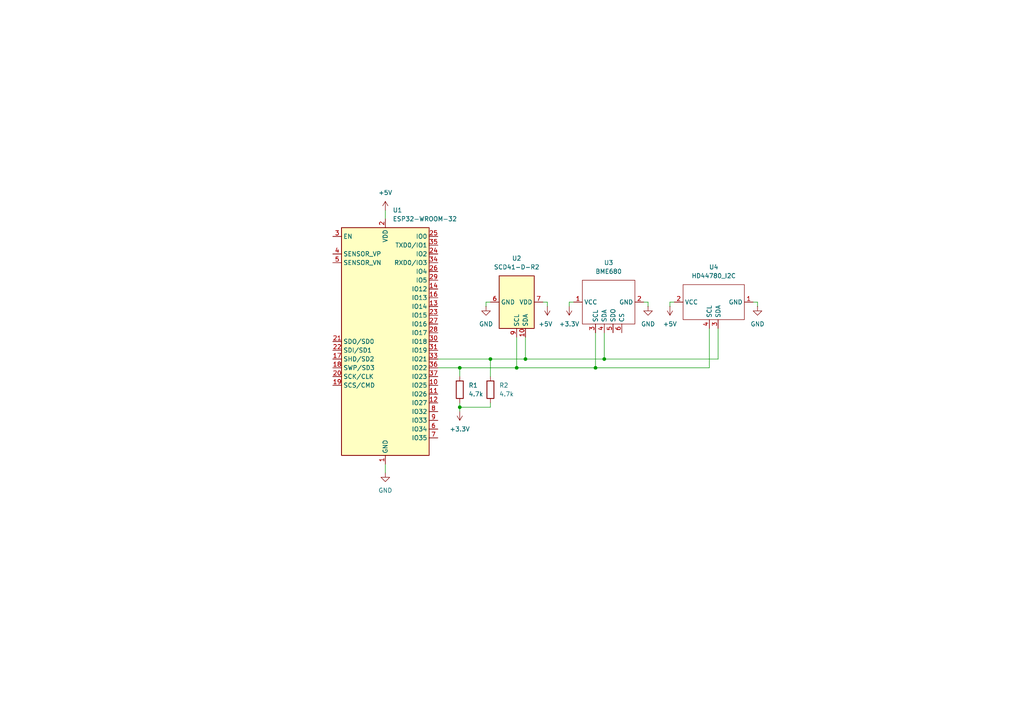
<source format=kicad_sch>
(kicad_sch (version 20250114) (generator "eeschema") (generator_version "9.0")
  (paper "A4")
  (lib_symbols
    (symbol "Device:R" (pin_numbers (hide yes)) (pin_names (offset 0))
      (property "Reference" "R" (at 2.032 0 90))
      (property "Value" "R" (at 0 0 90))
      (symbol "R_0_1"
        (rectangle (start -1.016 -2.54) (end 1.016 2.54) (stroke (width 0.254)))
      )
      (symbol "R_1_1"
        (pin passive line (at 0 3.81 270) (length 1.27) (name "~") (number "1"))
        (pin passive line (at 0 -3.81 90) (length 1.27) (name "~") (number "2"))
      )
    )
    (symbol "RF_Module:ESP32-WROOM-32"
      (property "Reference" "U" (at -12.7 34.29 0))
      (property "Value" "ESP32-WROOM-32" (at 1.27 34.29 0))
      (symbol "ESP32-WROOM-32_0_1"
        (rectangle (start -12.7 33.02) (end 12.7 -33.02) (stroke (width 0.254)) (fill (type background)))
      )
      (symbol "ESP32-WROOM-32_1_1"
        (pin input line (at -15.24 30.48 0) (length 2.54) (name "EN") (number "3"))
        (pin input line (at -15.24 25.4 0) (length 2.54) (name "SENSOR_VP") (number "4"))
        (pin input line (at -15.24 22.86 0) (length 2.54) (name "SENSOR_VN") (number "5"))
        (pin bidirectional line (at -15.24 0 0) (length 2.54) (name "SDO/SD0") (number "21"))
        (pin bidirectional line (at -15.24 -2.54 0) (length 2.54) (name "SDI/SD1") (number "22"))
        (pin bidirectional line (at -15.24 -5.08 0) (length 2.54) (name "SHD/SD2") (number "17"))
        (pin bidirectional line (at -15.24 -7.62 0) (length 2.54) (name "SWP/SD3") (number "18"))
        (pin bidirectional line (at -15.24 -10.16 0) (length 2.54) (name "SCK/CLK") (number "20"))
        (pin bidirectional line (at -15.24 -12.7 0) (length 2.54) (name "SCS/CMD") (number "19"))
        (pin no_connect line (at -12.7 -27.94 0) (length 2.54) (hide yes) (name "NC") (number "32"))
        (pin power_in line (at 0 35.56 270) (length 2.54) (name "VDD") (number "2"))
        (pin power_in line (at 0 -35.56 90) (length 2.54) (name "GND") (number "1"))
        (pin passive line (at 0 -35.56 90) (length 2.54) (hide yes) (name "GND") (number "15"))
        (pin passive line (at 0 -35.56 90) (length 2.54) (hide yes) (name "GND") (number "38"))
        (pin passive line (at 0 -35.56 90) (length 2.54) (hide yes) (name "GND") (number "39"))
        (pin bidirectional line (at 15.24 30.48 180) (length 2.54) (name "IO0") (number "25"))
        (pin bidirectional line (at 15.24 27.94 180) (length 2.54) (name "TXD0/IO1") (number "35"))
        (pin bidirectional line (at 15.24 25.4 180) (length 2.54) (name "IO2") (number "24"))
        (pin bidirectional line (at 15.24 22.86 180) (length 2.54) (name "RXD0/IO3") (number "34"))
        (pin bidirectional line (at 15.24 20.32 180) (length 2.54) (name "IO4") (number "26"))
        (pin bidirectional line (at 15.24 17.78 180) (length 2.54) (name "IO5") (number "29"))
        (pin bidirectional line (at 15.24 15.24 180) (length 2.54) (name "IO12") (number "14"))
        (pin bidirectional line (at 15.24 12.7 180) (length 2.54) (name "IO13") (number "16"))
        (pin bidirectional line (at 15.24 10.16 180) (length 2.54) (name "IO14") (number "13"))
        (pin bidirectional line (at 15.24 7.62 180) (length 2.54) (name "IO15") (number "23"))
        (pin bidirectional line (at 15.24 5.08 180) (length 2.54) (name "IO16") (number "27"))
        (pin bidirectional line (at 15.24 2.54 180) (length 2.54) (name "IO17") (number "28"))
        (pin bidirectional line (at 15.24 0 180) (length 2.54) (name "IO18") (number "30"))
        (pin bidirectional line (at 15.24 -2.54 180) (length 2.54) (name "IO19") (number "31"))
        (pin bidirectional line (at 15.24 -5.08 180) (length 2.54) (name "IO21") (number "33"))
        (pin bidirectional line (at 15.24 -7.62 180) (length 2.54) (name "IO22") (number "36"))
        (pin bidirectional line (at 15.24 -10.16 180) (length 2.54) (name "IO23") (number "37"))
        (pin bidirectional line (at 15.24 -12.7 180) (length 2.54) (name "IO25") (number "10"))
        (pin bidirectional line (at 15.24 -15.24 180) (length 2.54) (name "IO26") (number "11"))
        (pin bidirectional line (at 15.24 -17.78 180) (length 2.54) (name "IO27") (number "12"))
        (pin bidirectional line (at 15.24 -20.32 180) (length 2.54) (name "IO32") (number "8"))
        (pin bidirectional line (at 15.24 -22.86 180) (length 2.54) (name "IO33") (number "9"))
        (pin input line (at 15.24 -25.4 180) (length 2.54) (name "IO34") (number "6"))
        (pin input line (at 15.24 -27.94 180) (length 2.54) (name "IO35") (number "7"))
      )
    )
    (symbol "Sensor_Gas:SCD41-D-R2"
      (property "Reference" "U" (at -7.62 6.35 0))
      (property "Value" "SCD41-D-R2" (at 6.985 6.35 0))
      (symbol "SCD41-D-R2_0_1"
        (rectangle (start 7.62 5.08) (end -7.62 -5.08) (stroke (width 0.254)) (fill (type background)))
      )
      (symbol "SCD41-D-R2_1_1"
        (pin passive line (at 0 7.62 270) (length 2.54) (hide yes) (name "VDD") (number "19"))
        (pin power_in line (at 0 7.62 270) (length 2.54) (name "VDD") (number "7"))
        (pin passive line (at 0 -7.62 90) (length 2.54) (hide yes) (name "GND") (number "20"))
        (pin passive line (at 0 -7.62 90) (length 2.54) (hide yes) (name "GND") (number "21"))
        (pin power_in line (at 0 -7.62 90) (length 2.54) (name "GND") (number "6"))
        (pin bidirectional line (at 10.16 2.54 180) (length 2.54) (name "SDA") (number "10"))
        (pin input line (at 10.16 0 180) (length 2.54) (name "SCL") (number "9"))
      )
    )
    (symbol "custom_symbols:BME680_Module"
      (property "Reference" "U" (at 0 0 0))
      (property "Value" "BME680" (at 10.922 -0.254 0))
      (symbol "BME680_Module_0_1"
        (rectangle (start -6.35 7.62) (end 6.35 -7.62))
      )
      (symbol "BME680_Module_1_1"
        (pin bidirectional line (at -8.89 3.81 0) (length 2.54) (name "SCL") (number "3"))
        (pin bidirectional line (at -8.89 1.27 0) (length 2.54) (name "SDA") (number "4"))
        (pin bidirectional line (at -8.89 -1.27 0) (length 2.54) (name "SDO") (number "5"))
        (pin input line (at -8.89 -3.81 0) (length 2.54) (name "CS") (number "6"))
        (pin power_out line (at 0 10.16 270) (length 2.54) (name "VCC") (number "1"))
        (pin power_in line (at 0 -10.16 90) (length 2.54) (name "GND") (number "2"))
      )
    )
    (symbol "custom_symbols:HD44780_I2C_Module"
      (property "Reference" "U" (at 0 0 0))
      (property "Value" "HD44780_I2C" (at 11.938 0 0))
      (symbol "HD44780_I2C_Module_0_1"
        (rectangle (start -5.08 8.89) (end 5.08 -8.89))
      )
      (symbol "HD44780_I2C_Module_1_1"
        (pin input line (at -7.62 1.27 0) (length 2.54) (name "SCL") (number "4"))
        (pin bidirectional line (at -7.62 -1.27 0) (length 2.54) (name "SDA") (number "3"))
        (pin power_out line (at 0 11.43 270) (length 2.54) (name "VCC") (number "2"))
        (pin power_in line (at 0 -11.43 90) (length 2.54) (name "GND") (number "1"))
      )
    )
    (symbol "power:+3.3V" (power) (pin_numbers (hide yes)) (pin_names (offset 0) (hide yes))
      (property "Value" "+3.3V" (at 0 3.556 0))
      (symbol "+3.3V_0_1"
        (polyline (pts (xy -0.762 1.27) (xy 0 2.54)))
        (polyline (pts (xy 0 2.54) (xy 0.762 1.27)))
        (polyline (pts (xy 0 0) (xy 0 2.54)))
      )
      (symbol "+3.3V_1_1"
        (pin power_in line (at 0 0 90) (length 0) (name "~") (number "1"))
      )
    )
    (symbol "power:+5V" (power) (pin_numbers (hide yes)) (pin_names (offset 0) (hide yes))
      (property "Value" "+5V" (at 0 3.556 0))
      (symbol "+5V_0_1"
        (polyline (pts (xy -0.762 1.27) (xy 0 2.54)))
        (polyline (pts (xy 0 2.54) (xy 0.762 1.27)))
        (polyline (pts (xy 0 0) (xy 0 2.54)))
      )
      (symbol "+5V_1_1"
        (pin power_in line (at 0 0 90) (length 0) (name "~") (number "1"))
      )
    )
    (symbol "power:GND" (power) (pin_numbers (hide yes)) (pin_names (offset 0) (hide yes))
      (property "Value" "GND" (at 0 -3.81 0))
      (symbol "GND_0_1"
        (polyline (pts (xy 0 0) (xy 0 -1.27) (xy 1.27 -1.27) (xy 0 -2.54) (xy -1.27 -1.27) (xy 0 -1.27)))
      )
      (symbol "GND_1_1"
        (pin power_in line (at 0 0 270) (length 0) (name "~") (number "1"))
      )
    )
  )
  (junction (at 175.26 104.14))
  (junction (at 142.24 104.14))
  (junction (at 152.4 104.14))
  (junction (at 133.35 118.11))
  (junction (at 172.72 106.68))
  (junction (at 133.35 106.68))
  (junction (at 149.86 106.68))
  (wire (pts (xy 158.75 88.9) (xy 158.75 87.63)))
  (wire (pts (xy 140.97 87.63) (xy 140.97 88.9)))
  (wire (pts (xy 133.35 106.68) (xy 149.86 106.68)))
  (wire (pts (xy 133.35 116.84) (xy 133.35 118.11)))
  (wire (pts (xy 175.26 104.14) (xy 208.28 104.14)))
  (wire (pts (xy 175.26 96.52) (xy 175.26 104.14)))
  (wire (pts (xy 142.24 104.14) (xy 152.4 104.14)))
  (wire (pts (xy 194.31 87.63) (xy 194.31 88.9)))
  (wire (pts (xy 149.86 106.68) (xy 172.72 106.68)))
  (wire (pts (xy 187.96 87.63) (xy 186.69 87.63)))
  (wire (pts (xy 152.4 97.79) (xy 152.4 104.14)))
  (wire (pts (xy 142.24 116.84) (xy 142.24 118.11)))
  (wire (pts (xy 127 104.14) (xy 142.24 104.14)))
  (wire (pts (xy 165.1 88.9) (xy 165.1 87.63)))
  (wire (pts (xy 127 106.68) (xy 133.35 106.68)))
  (wire (pts (xy 165.1 87.63) (xy 166.37 87.63)))
  (wire (pts (xy 158.75 87.63) (xy 157.48 87.63)))
  (wire (pts (xy 219.71 88.9) (xy 219.71 87.63)))
  (wire (pts (xy 219.71 87.63) (xy 218.44 87.63)))
  (wire (pts (xy 133.35 106.68) (xy 133.35 109.22)))
  (wire (pts (xy 152.4 104.14) (xy 175.26 104.14)))
  (wire (pts (xy 205.74 95.25) (xy 205.74 106.68)))
  (wire (pts (xy 194.31 87.63) (xy 195.58 87.63)))
  (wire (pts (xy 149.86 97.79) (xy 149.86 106.68)))
  (wire (pts (xy 111.76 60.96) (xy 111.76 63.5)))
  (wire (pts (xy 142.24 104.14) (xy 142.24 109.22)))
  (wire (pts (xy 133.35 118.11) (xy 133.35 119.38)))
  (wire (pts (xy 172.72 106.68) (xy 205.74 106.68)))
  (wire (pts (xy 140.97 87.63) (xy 142.24 87.63)))
  (wire (pts (xy 187.96 88.9) (xy 187.96 87.63)))
  (wire (pts (xy 208.28 95.25) (xy 208.28 104.14)))
  (wire (pts (xy 172.72 96.52) (xy 172.72 106.68)))
  (wire (pts (xy 142.24 118.11) (xy 133.35 118.11)))
  (wire (pts (xy 111.76 134.62) (xy 111.76 137.16)))
  (symbol (lib_id "Device:R") (at 142.24 113.03 0) (unit 1)
    (property "Reference" "R2" (at 144.78 111.7599 0) (effects (justify left)))
    (property "Value" "4.7k" (at 144.78 114.2999 0) (effects (justify left)))
    (property "Description" "Resistor" (effects (hide yes)))
  )
  (symbol (lib_id "power:+5V") (at 111.76 60.96 0) (unit 1)
    (property "Reference" "#PWR02" (effects (hide yes)))
    (property "Value" "+5V" (at 111.76 55.88 0))
    (property "Description" "Power symbol creates a global label with name \"+5V\"" (effects (hide yes)))
  )
  (symbol (lib_id "RF_Module:ESP32-WROOM-32") (at 111.76 99.06 0) (unit 1)
    (property "Reference" "U1" (at 113.9033 60.96 0) (effects (justify left)))
    (property "Value" "ESP32-WROOM-32" (at 113.9033 63.5 0) (effects (justify left)))
    (property "Footprint" "RF_Module:ESP32-WROOM-32" (effects (hide yes)))
    (property "Datasheet" "https://www.espressif.com/sites/default/files/documentation/esp32-wroom-32_datasheet_en.pdf" (effects (hide yes)))
    (property "Description" "RF Module, ESP32-D0WDQ6 SoC, Wi-Fi 802.11b/g/n, Bluetooth, BLE, 32-bit, 2.7-3.6V, onboard antenna, SMD" (effects (hide yes)))
  )
  (symbol (lib_id "power:GND") (at 111.76 137.16 0) (unit 1)
    (property "Reference" "#PWR01" (effects (hide yes)))
    (property "Value" "GND" (at 111.76 142.24 0))
    (property "Description" "Power symbol creates a global label with name \"GND\" , ground" (effects (hide yes)))
  )
  (symbol (lib_id "power:GND") (at 219.71 88.9 0) (unit 1)
    (property "Reference" "#PWR08" (effects (hide yes)))
    (property "Value" "GND" (at 219.71 93.98 0))
    (property "Description" "Power symbol creates a global label with name \"GND\" , ground" (effects (hide yes)))
  )
  (symbol (lib_id "custom_symbols:HD44780_I2C_Module") (at 207.01 87.63 90) (unit 1)
    (property "Reference" "U4" (at 207.01 77.47 90))
    (property "Value" "HD44780_I2C" (at 207.01 80.01 90))
  )
  (symbol (lib_id "Sensor_Gas:SCD41-D-R2") (at 149.86 87.63 270) (unit 1)
    (property "Reference" "U2" (at 149.86 74.93 90))
    (property "Value" "SCD41-D-R2" (at 149.86 77.47 90))
    (property "Footprint" "Sensor:Sensirion_SCD4x-1EP_10.1x10.1mm_P1.25mm_EP4.8x4.8mm" (effects (hide yes)))
    (property "Datasheet" "https://sensirion.com/media/documents/E0F04247/631EF271/CD_DS_SCD40_SCD41_Datasheet_D1.pdf" (effects (hide yes)))
    (property "Description" "Photoacoustic CO2 sensor, 40 000 ppm, I2C, 2.4-5.5 V, High accuracy  400 - 5000 ppm" (effects (hide yes)))
  )
  (symbol (lib_id "power:+5V") (at 194.31 88.9 180) (unit 1)
    (property "Reference" "#PWR07" (effects (hide yes)))
    (property "Value" "+5V" (at 194.31 93.98 0))
    (property "Description" "Power symbol creates a global label with name \"+5V\"" (effects (hide yes)))
  )
  (symbol (lib_id "power:+3.3V") (at 165.1 88.9 180) (unit 1)
    (property "Reference" "#PWR05" (effects (hide yes)))
    (property "Value" "+3.3V" (at 165.1 93.98 0))
    (property "Description" "Power symbol creates a global label with name \"+3.3V\"" (effects (hide yes)))
  )
  (symbol (lib_id "power:GND") (at 140.97 88.9 0) (unit 1)
    (property "Reference" "#PWR03" (effects (hide yes)))
    (property "Value" "GND" (at 140.97 93.98 0))
    (property "Description" "Power symbol creates a global label with name \"GND\" , ground" (effects (hide yes)))
  )
  (symbol (lib_id "power:GND") (at 187.96 88.9 0) (unit 1)
    (property "Reference" "#PWR06" (effects (hide yes)))
    (property "Value" "GND" (at 187.96 93.98 0))
    (property "Description" "Power symbol creates a global label with name \"GND\" , ground" (effects (hide yes)))
  )
  (symbol (lib_id "Device:R") (at 133.35 113.03 0) (unit 1)
    (property "Reference" "R1" (at 135.89 111.7599 0) (effects (justify left)))
    (property "Value" "4.7k" (at 135.89 114.2999 0) (effects (justify left)))
    (property "Description" "Resistor" (effects (hide yes)))
  )
  (symbol (lib_id "power:+5V") (at 158.75 88.9 180) (unit 1)
    (property "Reference" "#PWR04" (effects (hide yes)))
    (property "Value" "+5V" (at 160.274 93.98 0) (effects (justify left)))
    (property "Description" "Power symbol creates a global label with name \"+5V\"" (effects (hide yes)))
  )
  (symbol (lib_id "power:+3.3V") (at 133.35 119.38 180) (unit 1)
    (property "Reference" "#PWR09" (effects (hide yes)))
    (property "Value" "+3.3V" (at 133.35 124.46 0))
    (property "Description" "Power symbol creates a global label with name \"+3.3V\"" (effects (hide yes)))
  )
  (symbol (lib_id "custom_symbols:BME680_Module") (at 176.53 87.63 90) (unit 1)
    (property "Reference" "U3" (at 176.53 76.2 90))
    (property "Value" "BME680" (at 176.53 78.74 90))
  )
)
</source>
